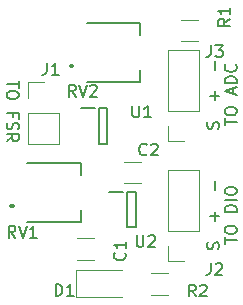
<source format=gbr>
%TF.GenerationSoftware,KiCad,Pcbnew,(6.0.8-1)-1*%
%TF.CreationDate,2023-07-28T17:56:29-05:00*%
%TF.ProjectId,FSR Adaptor,46535220-4164-4617-9074-6f722e6b6963,rev?*%
%TF.SameCoordinates,Original*%
%TF.FileFunction,Legend,Top*%
%TF.FilePolarity,Positive*%
%FSLAX46Y46*%
G04 Gerber Fmt 4.6, Leading zero omitted, Abs format (unit mm)*
G04 Created by KiCad (PCBNEW (6.0.8-1)-1) date 2023-07-28 17:56:29*
%MOMM*%
%LPD*%
G01*
G04 APERTURE LIST*
%ADD10C,0.160000*%
%ADD11C,0.120000*%
%ADD12C,0.200000*%
%ADD13C,0.300000*%
G04 APERTURE END LIST*
D10*
X68298961Y-60428142D02*
X68346580Y-60285285D01*
X68346580Y-60047189D01*
X68298961Y-59951951D01*
X68251342Y-59904332D01*
X68156104Y-59856713D01*
X68060866Y-59856713D01*
X67965628Y-59904332D01*
X67918009Y-59951951D01*
X67870390Y-60047189D01*
X67822771Y-60237666D01*
X67775152Y-60332904D01*
X67727533Y-60380523D01*
X67632295Y-60428142D01*
X67537057Y-60428142D01*
X67441819Y-60380523D01*
X67394200Y-60332904D01*
X67346580Y-60237666D01*
X67346580Y-59999570D01*
X67394200Y-59856713D01*
X68298961Y-70638942D02*
X68346580Y-70496085D01*
X68346580Y-70257989D01*
X68298961Y-70162751D01*
X68251342Y-70115132D01*
X68156104Y-70067513D01*
X68060866Y-70067513D01*
X67965628Y-70115132D01*
X67918009Y-70162751D01*
X67870390Y-70257989D01*
X67822771Y-70448466D01*
X67775152Y-70543704D01*
X67727533Y-70591323D01*
X67632295Y-70638942D01*
X67537057Y-70638942D01*
X67441819Y-70591323D01*
X67394200Y-70543704D01*
X67346580Y-70448466D01*
X67346580Y-70210370D01*
X67394200Y-70067513D01*
X68845180Y-60150047D02*
X68845180Y-59578619D01*
X69845180Y-59864333D02*
X68845180Y-59864333D01*
X68845180Y-59054809D02*
X68845180Y-58864333D01*
X68892800Y-58769095D01*
X68988038Y-58673857D01*
X69178514Y-58626238D01*
X69511847Y-58626238D01*
X69702323Y-58673857D01*
X69797561Y-58769095D01*
X69845180Y-58864333D01*
X69845180Y-59054809D01*
X69797561Y-59150047D01*
X69702323Y-59245285D01*
X69511847Y-59292904D01*
X69178514Y-59292904D01*
X68988038Y-59245285D01*
X68892800Y-59150047D01*
X68845180Y-59054809D01*
X69559466Y-57483380D02*
X69559466Y-57007190D01*
X69845180Y-57578619D02*
X68845180Y-57245285D01*
X69845180Y-56911952D01*
X69845180Y-56578619D02*
X68845180Y-56578619D01*
X68845180Y-56340523D01*
X68892800Y-56197666D01*
X68988038Y-56102428D01*
X69083276Y-56054809D01*
X69273752Y-56007190D01*
X69416609Y-56007190D01*
X69607085Y-56054809D01*
X69702323Y-56102428D01*
X69797561Y-56197666D01*
X69845180Y-56340523D01*
X69845180Y-56578619D01*
X69749942Y-55007190D02*
X69797561Y-55054809D01*
X69845180Y-55197666D01*
X69845180Y-55292904D01*
X69797561Y-55435761D01*
X69702323Y-55531000D01*
X69607085Y-55578619D01*
X69416609Y-55626238D01*
X69273752Y-55626238D01*
X69083276Y-55578619D01*
X68988038Y-55531000D01*
X68892800Y-55435761D01*
X68845180Y-55292904D01*
X68845180Y-55197666D01*
X68892800Y-55054809D01*
X68940419Y-55007190D01*
X68845180Y-70194180D02*
X68845180Y-69622752D01*
X69845180Y-69908466D02*
X68845180Y-69908466D01*
X68845180Y-69098942D02*
X68845180Y-68908466D01*
X68892800Y-68813228D01*
X68988038Y-68717990D01*
X69178514Y-68670371D01*
X69511847Y-68670371D01*
X69702323Y-68717990D01*
X69797561Y-68813228D01*
X69845180Y-68908466D01*
X69845180Y-69098942D01*
X69797561Y-69194180D01*
X69702323Y-69289419D01*
X69511847Y-69337038D01*
X69178514Y-69337038D01*
X68988038Y-69289419D01*
X68892800Y-69194180D01*
X68845180Y-69098942D01*
X69845180Y-67479895D02*
X68845180Y-67479895D01*
X68845180Y-67241800D01*
X68892800Y-67098942D01*
X68988038Y-67003704D01*
X69083276Y-66956085D01*
X69273752Y-66908466D01*
X69416609Y-66908466D01*
X69607085Y-66956085D01*
X69702323Y-67003704D01*
X69797561Y-67098942D01*
X69845180Y-67241800D01*
X69845180Y-67479895D01*
X69845180Y-66479895D02*
X68845180Y-66479895D01*
X68845180Y-65813228D02*
X68845180Y-65622752D01*
X68892800Y-65527514D01*
X68988038Y-65432276D01*
X69178514Y-65384657D01*
X69511847Y-65384657D01*
X69702323Y-65432276D01*
X69797561Y-65527514D01*
X69845180Y-65622752D01*
X69845180Y-65813228D01*
X69797561Y-65908466D01*
X69702323Y-66003704D01*
X69511847Y-66051323D01*
X69178514Y-66051323D01*
X68988038Y-66003704D01*
X68892800Y-65908466D01*
X68845180Y-65813228D01*
X51373019Y-56408961D02*
X51373019Y-56980390D01*
X50373019Y-56694676D02*
X51373019Y-56694676D01*
X51373019Y-57504200D02*
X51373019Y-57694676D01*
X51325400Y-57789914D01*
X51230161Y-57885152D01*
X51039685Y-57932771D01*
X50706352Y-57932771D01*
X50515876Y-57885152D01*
X50420638Y-57789914D01*
X50373019Y-57694676D01*
X50373019Y-57504200D01*
X50420638Y-57408961D01*
X50515876Y-57313723D01*
X50706352Y-57266104D01*
X51039685Y-57266104D01*
X51230161Y-57313723D01*
X51325400Y-57408961D01*
X51373019Y-57504200D01*
X50896828Y-59456580D02*
X50896828Y-59123247D01*
X50373019Y-59123247D02*
X51373019Y-59123247D01*
X51373019Y-59599438D01*
X50420638Y-59932771D02*
X50373019Y-60075628D01*
X50373019Y-60313723D01*
X50420638Y-60408961D01*
X50468257Y-60456580D01*
X50563495Y-60504200D01*
X50658733Y-60504200D01*
X50753971Y-60456580D01*
X50801590Y-60408961D01*
X50849209Y-60313723D01*
X50896828Y-60123247D01*
X50944447Y-60028009D01*
X50992066Y-59980390D01*
X51087304Y-59932771D01*
X51182542Y-59932771D01*
X51277780Y-59980390D01*
X51325400Y-60028009D01*
X51373019Y-60123247D01*
X51373019Y-60361342D01*
X51325400Y-60504200D01*
X50373019Y-61504200D02*
X50849209Y-61170866D01*
X50373019Y-60932771D02*
X51373019Y-60932771D01*
X51373019Y-61313723D01*
X51325400Y-61408961D01*
X51277780Y-61456580D01*
X51182542Y-61504200D01*
X51039685Y-61504200D01*
X50944447Y-61456580D01*
X50896828Y-61408961D01*
X50849209Y-61313723D01*
X50849209Y-60932771D01*
X67965628Y-65654180D02*
X67965628Y-64892275D01*
X67965628Y-58034180D02*
X67965628Y-57272275D01*
X68346580Y-57653228D02*
X67584676Y-57653228D01*
X67965628Y-55443380D02*
X67965628Y-54681475D01*
X67965628Y-68244980D02*
X67965628Y-67483075D01*
X68346580Y-67864028D02*
X67584676Y-67864028D01*
%TO.C,J2*%
X67637066Y-71816980D02*
X67637066Y-72531266D01*
X67589447Y-72674123D01*
X67494209Y-72769361D01*
X67351352Y-72816980D01*
X67256114Y-72816980D01*
X68065638Y-71912219D02*
X68113257Y-71864600D01*
X68208495Y-71816980D01*
X68446590Y-71816980D01*
X68541828Y-71864600D01*
X68589447Y-71912219D01*
X68637066Y-72007457D01*
X68637066Y-72102695D01*
X68589447Y-72245552D01*
X68018019Y-72816980D01*
X68637066Y-72816980D01*
%TO.C,RV1*%
X51093761Y-69667380D02*
X50760428Y-69191190D01*
X50522333Y-69667380D02*
X50522333Y-68667380D01*
X50903285Y-68667380D01*
X50998523Y-68715000D01*
X51046142Y-68762619D01*
X51093761Y-68857857D01*
X51093761Y-69000714D01*
X51046142Y-69095952D01*
X50998523Y-69143571D01*
X50903285Y-69191190D01*
X50522333Y-69191190D01*
X51379476Y-68667380D02*
X51712809Y-69667380D01*
X52046142Y-68667380D01*
X52903285Y-69667380D02*
X52331857Y-69667380D01*
X52617571Y-69667380D02*
X52617571Y-68667380D01*
X52522333Y-68810238D01*
X52427095Y-68905476D01*
X52331857Y-68953095D01*
%TO.C,R1*%
X69260980Y-51144466D02*
X68784790Y-51477800D01*
X69260980Y-51715895D02*
X68260980Y-51715895D01*
X68260980Y-51334942D01*
X68308600Y-51239704D01*
X68356219Y-51192085D01*
X68451457Y-51144466D01*
X68594314Y-51144466D01*
X68689552Y-51192085D01*
X68737171Y-51239704D01*
X68784790Y-51334942D01*
X68784790Y-51715895D01*
X69260980Y-50192085D02*
X69260980Y-50763514D01*
X69260980Y-50477800D02*
X68260980Y-50477800D01*
X68403838Y-50573038D01*
X68499076Y-50668276D01*
X68546695Y-50763514D01*
%TO.C,RV2*%
X56199161Y-57729380D02*
X55865828Y-57253190D01*
X55627733Y-57729380D02*
X55627733Y-56729380D01*
X56008685Y-56729380D01*
X56103923Y-56777000D01*
X56151542Y-56824619D01*
X56199161Y-56919857D01*
X56199161Y-57062714D01*
X56151542Y-57157952D01*
X56103923Y-57205571D01*
X56008685Y-57253190D01*
X55627733Y-57253190D01*
X56484876Y-56729380D02*
X56818209Y-57729380D01*
X57151542Y-56729380D01*
X57437257Y-56824619D02*
X57484876Y-56777000D01*
X57580114Y-56729380D01*
X57818209Y-56729380D01*
X57913447Y-56777000D01*
X57961066Y-56824619D01*
X58008685Y-56919857D01*
X58008685Y-57015095D01*
X57961066Y-57157952D01*
X57389638Y-57729380D01*
X58008685Y-57729380D01*
%TO.C,C1*%
X60351942Y-70956466D02*
X60399561Y-71004085D01*
X60447180Y-71146942D01*
X60447180Y-71242180D01*
X60399561Y-71385038D01*
X60304323Y-71480276D01*
X60209085Y-71527895D01*
X60018609Y-71575514D01*
X59875752Y-71575514D01*
X59685276Y-71527895D01*
X59590038Y-71480276D01*
X59494800Y-71385038D01*
X59447180Y-71242180D01*
X59447180Y-71146942D01*
X59494800Y-71004085D01*
X59542419Y-70956466D01*
X60447180Y-70004085D02*
X60447180Y-70575514D01*
X60447180Y-70289800D02*
X59447180Y-70289800D01*
X59590038Y-70385038D01*
X59685276Y-70480276D01*
X59732895Y-70575514D01*
%TO.C,U1*%
X61010895Y-58481980D02*
X61010895Y-59291504D01*
X61058514Y-59386742D01*
X61106133Y-59434361D01*
X61201371Y-59481980D01*
X61391847Y-59481980D01*
X61487085Y-59434361D01*
X61534704Y-59386742D01*
X61582323Y-59291504D01*
X61582323Y-58481980D01*
X62582323Y-59481980D02*
X62010895Y-59481980D01*
X62296609Y-59481980D02*
X62296609Y-58481980D01*
X62201371Y-58624838D01*
X62106133Y-58720076D01*
X62010895Y-58767695D01*
%TO.C,J1*%
X53768666Y-54875180D02*
X53768666Y-55589466D01*
X53721047Y-55732323D01*
X53625809Y-55827561D01*
X53482952Y-55875180D01*
X53387714Y-55875180D01*
X54768666Y-55875180D02*
X54197238Y-55875180D01*
X54482952Y-55875180D02*
X54482952Y-54875180D01*
X54387714Y-55018038D01*
X54292476Y-55113276D01*
X54197238Y-55160895D01*
%TO.C,J3*%
X67662466Y-53376580D02*
X67662466Y-54090866D01*
X67614847Y-54233723D01*
X67519609Y-54328961D01*
X67376752Y-54376580D01*
X67281514Y-54376580D01*
X68043419Y-53376580D02*
X68662466Y-53376580D01*
X68329133Y-53757533D01*
X68471990Y-53757533D01*
X68567228Y-53805152D01*
X68614847Y-53852771D01*
X68662466Y-53948009D01*
X68662466Y-54186104D01*
X68614847Y-54281342D01*
X68567228Y-54328961D01*
X68471990Y-54376580D01*
X68186276Y-54376580D01*
X68091038Y-54328961D01*
X68043419Y-54281342D01*
%TO.C,D1*%
X54506904Y-74594980D02*
X54506904Y-73594980D01*
X54745000Y-73594980D01*
X54887857Y-73642600D01*
X54983095Y-73737838D01*
X55030714Y-73833076D01*
X55078333Y-74023552D01*
X55078333Y-74166409D01*
X55030714Y-74356885D01*
X54983095Y-74452123D01*
X54887857Y-74547361D01*
X54745000Y-74594980D01*
X54506904Y-74594980D01*
X56030714Y-74594980D02*
X55459285Y-74594980D01*
X55745000Y-74594980D02*
X55745000Y-73594980D01*
X55649761Y-73737838D01*
X55554523Y-73833076D01*
X55459285Y-73880695D01*
%TO.C,R2*%
X66355933Y-74645780D02*
X66022600Y-74169590D01*
X65784504Y-74645780D02*
X65784504Y-73645780D01*
X66165457Y-73645780D01*
X66260695Y-73693400D01*
X66308314Y-73741019D01*
X66355933Y-73836257D01*
X66355933Y-73979114D01*
X66308314Y-74074352D01*
X66260695Y-74121971D01*
X66165457Y-74169590D01*
X65784504Y-74169590D01*
X66736885Y-73741019D02*
X66784504Y-73693400D01*
X66879742Y-73645780D01*
X67117838Y-73645780D01*
X67213076Y-73693400D01*
X67260695Y-73741019D01*
X67308314Y-73836257D01*
X67308314Y-73931495D01*
X67260695Y-74074352D01*
X66689266Y-74645780D01*
X67308314Y-74645780D01*
%TO.C,C2*%
X62215733Y-62612542D02*
X62168114Y-62660161D01*
X62025257Y-62707780D01*
X61930019Y-62707780D01*
X61787161Y-62660161D01*
X61691923Y-62564923D01*
X61644304Y-62469685D01*
X61596685Y-62279209D01*
X61596685Y-62136352D01*
X61644304Y-61945876D01*
X61691923Y-61850638D01*
X61787161Y-61755400D01*
X61930019Y-61707780D01*
X62025257Y-61707780D01*
X62168114Y-61755400D01*
X62215733Y-61803019D01*
X62596685Y-61803019D02*
X62644304Y-61755400D01*
X62739542Y-61707780D01*
X62977638Y-61707780D01*
X63072876Y-61755400D01*
X63120495Y-61803019D01*
X63168114Y-61898257D01*
X63168114Y-61993495D01*
X63120495Y-62136352D01*
X62549066Y-62707780D01*
X63168114Y-62707780D01*
%TO.C,U2*%
X61371095Y-69454780D02*
X61371095Y-70264304D01*
X61418714Y-70359542D01*
X61466333Y-70407161D01*
X61561571Y-70454780D01*
X61752047Y-70454780D01*
X61847285Y-70407161D01*
X61894904Y-70359542D01*
X61942523Y-70264304D01*
X61942523Y-69454780D01*
X62371095Y-69550019D02*
X62418714Y-69502400D01*
X62513952Y-69454780D01*
X62752047Y-69454780D01*
X62847285Y-69502400D01*
X62894904Y-69550019D01*
X62942523Y-69645257D01*
X62942523Y-69740495D01*
X62894904Y-69883352D01*
X62323476Y-70454780D01*
X62942523Y-70454780D01*
D11*
%TO.C,J2*%
X66684200Y-63943228D02*
X64024200Y-63943228D01*
X65354200Y-71683228D02*
X64024200Y-71683228D01*
X66684200Y-69083228D02*
X64024200Y-69083228D01*
X64024200Y-69083228D02*
X64024200Y-63943228D01*
X64024200Y-71683228D02*
X64024200Y-70353228D01*
X66684200Y-69083228D02*
X66684200Y-63943228D01*
D12*
%TO.C,RV1*%
X52124800Y-63362200D02*
X52124800Y-63362200D01*
X56624800Y-68362200D02*
X52124800Y-68362200D01*
D13*
X50874800Y-67012200D02*
X50874800Y-67012200D01*
D12*
X56624800Y-68362200D02*
X56624800Y-67362200D01*
X56624800Y-64362200D02*
X56624800Y-63362200D01*
X56624800Y-68362200D02*
X56624800Y-68362200D01*
D13*
X50874800Y-67012200D02*
X50874800Y-67012200D01*
D12*
X56624800Y-64362200D02*
X56624800Y-64362200D01*
X56624800Y-63362200D02*
X52124800Y-63362200D01*
X52124800Y-68362200D02*
X56624800Y-68362200D01*
D13*
X50774800Y-67012200D02*
X50774800Y-67012200D01*
D12*
X52124800Y-63362200D02*
X56624800Y-63362200D01*
X56624800Y-63362200D02*
X56624800Y-63362200D01*
X56624800Y-63362200D02*
X56624800Y-63362200D01*
X56624800Y-63362200D02*
X56624800Y-64362200D01*
X56624800Y-68362200D02*
X56624800Y-68362200D01*
X56624800Y-67362200D02*
X56624800Y-67362200D01*
X56624800Y-67362200D02*
X56624800Y-68362200D01*
X52124800Y-68362200D02*
X52124800Y-68362200D01*
D13*
X50874800Y-67012200D02*
G75*
G03*
X50774800Y-67012200I-50000J0D01*
G01*
X50774800Y-67012200D02*
G75*
G03*
X50874800Y-67012200I50000J0D01*
G01*
X50874800Y-67012200D02*
G75*
G03*
X50774800Y-67012200I-50000J0D01*
G01*
D11*
%TO.C,R1*%
X66563864Y-53056200D02*
X65109736Y-53056200D01*
X66563864Y-51236200D02*
X65109736Y-51236200D01*
D12*
%TO.C,RV2*%
X61660600Y-51500400D02*
X57160600Y-51500400D01*
X61660600Y-55500400D02*
X61660600Y-55500400D01*
D13*
X55810600Y-55150400D02*
X55810600Y-55150400D01*
D12*
X61660600Y-51500400D02*
X61660600Y-52500400D01*
X61660600Y-51500400D02*
X61660600Y-51500400D01*
X61660600Y-52500400D02*
X61660600Y-52500400D01*
D13*
X55910600Y-55150400D02*
X55910600Y-55150400D01*
D12*
X57160600Y-51500400D02*
X57160600Y-51500400D01*
X57160600Y-56500400D02*
X61660600Y-56500400D01*
X57160600Y-56500400D02*
X57160600Y-56500400D01*
D13*
X55910600Y-55150400D02*
X55910600Y-55150400D01*
D12*
X61660600Y-56500400D02*
X57160600Y-56500400D01*
X57160600Y-51500400D02*
X61660600Y-51500400D01*
X61660600Y-56500400D02*
X61660600Y-56500400D01*
X61660600Y-56500400D02*
X61660600Y-55500400D01*
X61660600Y-51500400D02*
X61660600Y-51500400D01*
X61660600Y-55500400D02*
X61660600Y-56500400D01*
X61660600Y-56500400D02*
X61660600Y-56500400D01*
X61660600Y-52500400D02*
X61660600Y-51500400D01*
D13*
X55810600Y-55150400D02*
G75*
G03*
X55910600Y-55150400I50000J0D01*
G01*
X55910600Y-55150400D02*
G75*
G03*
X55810600Y-55150400I-50000J0D01*
G01*
X55910600Y-55150400D02*
G75*
G03*
X55810600Y-55150400I-50000J0D01*
G01*
D11*
%TO.C,C1*%
X57734252Y-71547400D02*
X56311748Y-71547400D01*
X57734252Y-69727400D02*
X56311748Y-69727400D01*
D12*
%TO.C,U1*%
X58197000Y-61723400D02*
X58197000Y-58723400D01*
X58197000Y-58723400D02*
X58897000Y-58723400D01*
X56647000Y-58723400D02*
X57847000Y-58723400D01*
X58897000Y-58723400D02*
X58897000Y-61723400D01*
X58897000Y-61723400D02*
X58197000Y-61723400D01*
D11*
%TO.C,J1*%
X54822400Y-59131200D02*
X54822400Y-61731200D01*
X52162400Y-59131200D02*
X54822400Y-59131200D01*
X52162400Y-56531200D02*
X53492400Y-56531200D01*
X52162400Y-59131200D02*
X52162400Y-61731200D01*
X52162400Y-61731200D02*
X54822400Y-61731200D01*
X52162400Y-57861200D02*
X52162400Y-56531200D01*
%TO.C,J3*%
X65354200Y-61523228D02*
X64024200Y-61523228D01*
X66684200Y-53783228D02*
X64024200Y-53783228D01*
X66684200Y-58923228D02*
X64024200Y-58923228D01*
X64024200Y-58923228D02*
X64024200Y-53783228D01*
X64024200Y-61523228D02*
X64024200Y-60193228D01*
X66684200Y-58923228D02*
X66684200Y-53783228D01*
%TO.C,D1*%
X60121600Y-72423400D02*
X56236600Y-72423400D01*
X56236600Y-74693400D02*
X60121600Y-74693400D01*
X56236600Y-72423400D02*
X56236600Y-74693400D01*
%TO.C,R2*%
X62544336Y-72699200D02*
X63998464Y-72699200D01*
X62544336Y-74519200D02*
X63998464Y-74519200D01*
%TO.C,C2*%
X61747452Y-63250400D02*
X60324948Y-63250400D01*
X61747452Y-65070400D02*
X60324948Y-65070400D01*
D12*
%TO.C,U2*%
X59039200Y-65784600D02*
X60239200Y-65784600D01*
X60589200Y-65784600D02*
X61289200Y-65784600D01*
X61289200Y-68784600D02*
X60589200Y-68784600D01*
X60589200Y-68784600D02*
X60589200Y-65784600D01*
X61289200Y-65784600D02*
X61289200Y-68784600D01*
%TD*%
M02*

</source>
